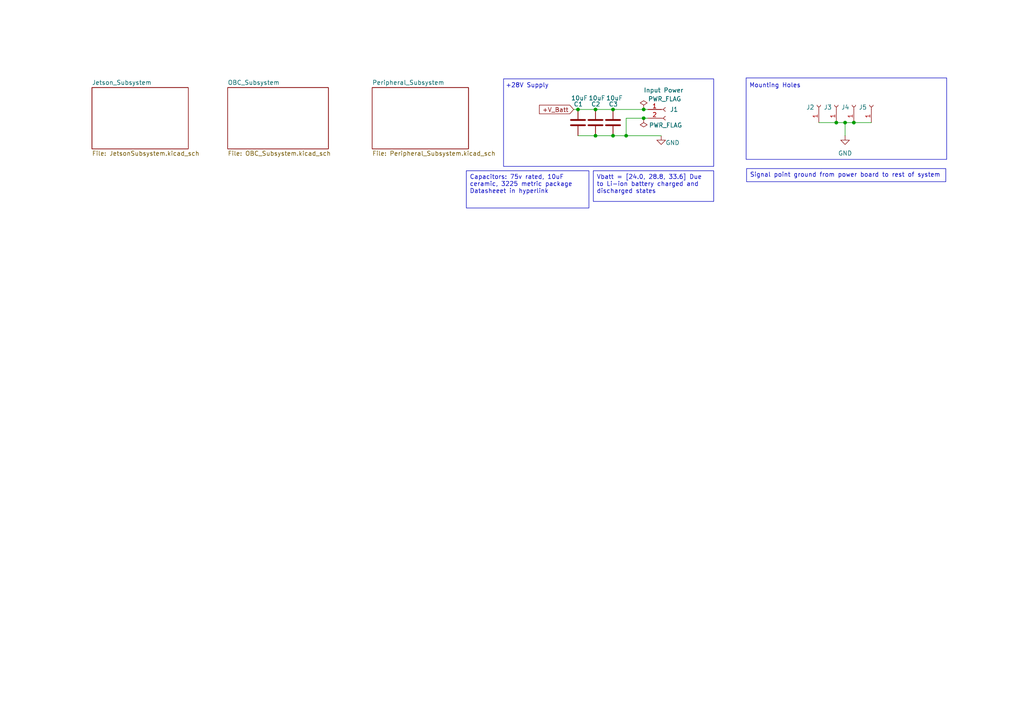
<source format=kicad_sch>
(kicad_sch (version 20250114) (generator "eeschema") (generator_version "9.0")
  (paper "A4")
  (lib_symbols
    (symbol "Connector:Conn_01x01_Socket" (pin_names (offset 1.016) (hide yes))
      (property "Reference" "J" (at 0 2.54 0))
      (property "Value" "Conn_01x01_Socket" (at 0 -2.54 0))
      (symbol "Conn_01x01_Socket_1_1"
        (polyline (pts (xy -1.27 0) (xy -0.508 0)) (stroke (width 0.1524)))
        (arc (start 0 -0.508) (mid -0.5058 0) (end 0 0.508) (stroke (width 0.1524)))
        (pin passive line (at -5.08 0 0) (length 3.81) (name "Pin_1") (number "1"))
      )
    )
    (symbol "Connector:Conn_01x02_Socket" (pin_names (offset 1.016) (hide yes))
      (property "Reference" "J" (at 0 2.54 0))
      (property "Value" "Conn_01x02_Socket" (at 0 -5.08 0))
      (symbol "Conn_01x02_Socket_1_1"
        (polyline (pts (xy -1.27 0) (xy -0.508 0)) (stroke (width 0.1524)))
        (polyline (pts (xy -1.27 -2.54) (xy -0.508 -2.54)) (stroke (width 0.1524)))
        (arc (start 0 -0.508) (mid -0.5058 0) (end 0 0.508) (stroke (width 0.1524)))
        (arc (start 0 -3.048) (mid -0.5058 -2.54) (end 0 -2.032) (stroke (width 0.1524)))
        (pin passive line (at -5.08 0 0) (length 3.81) (name "Pin_1") (number "1"))
        (pin passive line (at -5.08 -2.54 0) (length 3.81) (name "Pin_2") (number "2"))
      )
    )
    (symbol "Device:C" (pin_numbers (hide yes)) (pin_names (offset 0.254))
      (property "Reference" "C" (at 0.635 2.54 0))
      (property "Value" "C" (at 0.635 -2.54 0))
      (symbol "C_0_1"
        (polyline (pts (xy -2.032 0.762) (xy 2.032 0.762)) (stroke (width 0.508)))
        (polyline (pts (xy -2.032 -0.762) (xy 2.032 -0.762)) (stroke (width 0.508)))
      )
      (symbol "C_1_1"
        (pin passive line (at 0 3.81 270) (length 2.794) (name "~") (number "1"))
        (pin passive line (at 0 -3.81 90) (length 2.794) (name "~") (number "2"))
      )
    )
    (symbol "power:GND" (power) (pin_numbers (hide yes)) (pin_names (offset 0) (hide yes))
      (property "Value" "GND" (at 0 -3.81 0))
      (symbol "GND_0_1"
        (polyline (pts (xy 0 0) (xy 0 -1.27) (xy 1.27 -1.27) (xy 0 -2.54) (xy -1.27 -1.27) (xy 0 -1.27)))
      )
      (symbol "GND_1_1"
        (pin power_in line (at 0 0 270) (length 0) (name "~") (number "1"))
      )
    )
    (symbol "power:PWR_FLAG" (power) (pin_numbers (hide yes)) (pin_names (offset 0) (hide yes))
      (property "Value" "PWR_FLAG" (at 0 3.81 0))
      (symbol "PWR_FLAG_0_0"
        (pin power_out line (at 0 0 90) (length 0) (name "~") (number "1"))
      )
      (symbol "PWR_FLAG_0_1"
        (polyline (pts (xy 0 0) (xy 0 1.27) (xy -1.016 1.905) (xy 0 2.54) (xy 1.016 1.905) (xy 0 1.27)))
      )
    )
  )
  (rectangle (start 216.408 22.606) (end 274.574 46.228))
  (rectangle (start 146.0499 22.8779) (end 207.01 48.26))
  (text "Mounting Holes" (at 224.79 24.892 0) (effects (font (size 1.27 1.27))))
  (text "+28V Supply\n" (at 152.908 24.892 0) (effects (font (size 1.27 1.27))))
  (text_box "Signal point ground from power board to rest of system" (at 216.535 48.895 0) (size 57.785 3.81) (margins 0.9525 0.9525 0.9525 0.9525) (effects (font (size 1.27 1.27)) (justify left top)))
  (text_box "Vbatt = [24.0, 28.8, 33.6] Due to Li-ion battery charged and discharged states" (at 172.085 49.53 0) (size 34.925 8.89) (margins 0.9525 0.9525 0.9525 0.9525) (effects (font (size 1.27 1.27)) (justify left top)))
  (text_box "Capacitors: 75v rated, 10uF ceramic, 3225 metric package\nDatasheeet in hyperlink" (at 135.255 49.53 0) (size 35.56 10.795) (margins 0.9525 0.9525 0.9525 0.9525) (effects (font (size 1.27 1.27)) (justify left top)))
  (junction (at 181.61 39.37))
  (junction (at 186.69 31.75))
  (junction (at 247.65 35.56))
  (junction (at 242.57 35.56))
  (junction (at 177.8 39.37))
  (junction (at 172.72 31.75))
  (junction (at 172.72 39.37))
  (junction (at 186.69 34.29))
  (junction (at 177.8 31.75))
  (junction (at 245.11 35.56))
  (junction (at 167.64 31.75))
  (wire (pts (xy 172.72 39.37) (xy 177.8 39.37)))
  (wire (pts (xy 167.64 31.75) (xy 172.72 31.75)))
  (wire (pts (xy 177.8 39.37) (xy 181.61 39.37)))
  (wire (pts (xy 181.61 34.29) (xy 181.61 39.37)))
  (wire (pts (xy 191.77 39.37) (xy 181.61 39.37)))
  (wire (pts (xy 181.61 34.29) (xy 186.69 34.29)))
  (wire (pts (xy 186.69 31.75) (xy 187.96 31.75)))
  (wire (pts (xy 172.72 31.75) (xy 177.8 31.75)))
  (wire (pts (xy 186.69 34.29) (xy 187.96 34.29)))
  (wire (pts (xy 237.49 35.56) (xy 242.57 35.56)))
  (wire (pts (xy 245.11 35.56) (xy 245.11 39.37)))
  (wire (pts (xy 245.11 35.56) (xy 247.65 35.56)))
  (wire (pts (xy 167.64 39.37) (xy 172.72 39.37)))
  (wire (pts (xy 242.57 35.56) (xy 245.11 35.56)))
  (wire (pts (xy 166.37 31.75) (xy 167.64 31.75)))
  (wire (pts (xy 177.8 31.75) (xy 186.69 31.75)))
  (wire (pts (xy 247.65 35.56) (xy 252.73 35.56)))
  (global_label "+V_Batt" (shape input) (at 166.37 31.75 180) (property "Intersheetrefs" "${INTERSHEET_REFS}" (effects (hide yes))))
  (symbol (lib_id "Connector:Conn_01x01_Socket") (at 237.49 30.48 90) (unit 1)
    (property "Reference" "J2" (at 236.22 31.1151 90) (effects (justify left)))
    (property "Value" "Conn_01x01_Socket" (effects (hide yes)))
    (property "Footprint" "MountingHole:MountingHole_2.7mm_M2.5_Pad_Via" (effects (hide yes)))
    (property "Description" "Generic connector, single row, 01x01, script generated" (effects (hide yes)))
  )
  (symbol (lib_id "Connector:Conn_01x01_Socket") (at 247.65 30.48 90) (unit 1)
    (property "Reference" "J4" (at 246.38 31.1151 90) (effects (justify left)))
    (property "Value" "Conn_01x01_Socket" (effects (hide yes)))
    (property "Footprint" "MountingHole:MountingHole_2.7mm_M2.5_Pad_Via" (effects (hide yes)))
    (property "Description" "Generic connector, single row, 01x01, script generated" (effects (hide yes)))
  )
  (symbol (lib_id "power:PWR_FLAG") (at 186.69 34.29 180) (unit 1)
    (property "Reference" "#FLG02" (effects (hide yes)))
    (property "Value" "PWR_FLAG" (at 193.04 36.322 0))
    (property "Description" "Special symbol for telling ERC where power comes from" (effects (hide yes)))
  )
  (symbol (lib_id "power:GND") (at 245.11 39.37 0) (unit 1)
    (property "Reference" "#PWR02" (effects (hide yes)))
    (property "Value" "GND" (at 245.11 44.45 0))
    (property "Description" "Power symbol creates a global label with name \"GND\" , ground" (effects (hide yes)))
  )
  (symbol (lib_id "Device:C") (at 167.64 35.56 0) (unit 1)
    (property "Reference" "C1" (at 166.37 30.226 0) (effects (justify left)))
    (property "Value" "10uF" (at 165.608 28.448 0) (effects (justify left)))
    (property "Footprint" "Capacitor_SMD:C_1210_3225Metric" (effects (hide yes)))
    (property "Datasheet" "https://product.tdk.com/system/files/dam/doc/product/capacitor/ceramic/mlcc/catalog/mlcc_automotive_general_en.pdf" (effects (hide yes)))
    (property "Description" "Unpolarized capacitor" (effects (hide yes)))
  )
  (symbol (lib_id "power:GND") (at 191.77 39.37 0) (unit 1)
    (property "Reference" "#PWR01" (effects (hide yes)))
    (property "Value" "GND" (at 195.072 41.402 0))
    (property "Description" "Power symbol creates a global label with name \"GND\" , ground" (effects (hide yes)))
  )
  (symbol (lib_id "Device:C") (at 177.8 35.56 0) (unit 1)
    (property "Reference" "C3" (at 176.53 30.226 0) (effects (justify left)))
    (property "Value" "10uF" (at 175.768 28.448 0) (effects (justify left)))
    (property "Footprint" "Capacitor_SMD:C_1210_3225Metric" (effects (hide yes)))
    (property "Datasheet" "https://product.tdk.com/system/files/dam/doc/product/capacitor/ceramic/mlcc/catalog/mlcc_automotive_general_en.pdf" (effects (hide yes)))
    (property "Description" "Unpolarized capacitor" (effects (hide yes)))
  )
  (symbol (lib_id "power:PWR_FLAG") (at 186.69 31.75 0) (unit 1)
    (property "Reference" "#FLG01" (effects (hide yes)))
    (property "Value" "PWR_FLAG" (at 192.786 28.702 0))
    (property "Description" "Special symbol for telling ERC where power comes from" (effects (hide yes)))
  )
  (symbol (lib_id "Connector:Conn_01x01_Socket") (at 252.73 30.48 90) (unit 1)
    (property "Reference" "J5" (at 251.46 31.1151 90) (effects (justify left)))
    (property "Value" "Conn_01x01_Socket" (effects (hide yes)))
    (property "Footprint" "MountingHole:MountingHole_2.7mm_M2.5_Pad_Via" (effects (hide yes)))
    (property "Description" "Generic connector, single row, 01x01, script generated" (effects (hide yes)))
  )
  (symbol (lib_id "Connector:Conn_01x01_Socket") (at 242.57 30.48 90) (unit 1)
    (property "Reference" "J3" (at 241.3 31.1151 90) (effects (justify left)))
    (property "Value" "Conn_01x01_Socket" (effects (hide yes)))
    (property "Footprint" "MountingHole:MountingHole_2.7mm_M2.5_Pad_Via" (effects (hide yes)))
    (property "Description" "Generic connector, single row, 01x01, script generated" (effects (hide yes)))
  )
  (symbol (lib_id "Device:C") (at 172.72 35.56 0) (unit 1)
    (property "Reference" "C2" (at 171.45 30.226 0) (effects (justify left)))
    (property "Value" "10uF" (at 170.688 28.448 0) (effects (justify left)))
    (property "Footprint" "Capacitor_SMD:C_1210_3225Metric" (effects (hide yes)))
    (property "Datasheet" "https://product.tdk.com/system/files/dam/doc/product/capacitor/ceramic/mlcc/catalog/mlcc_automotive_general_en.pdf" (effects (hide yes)))
    (property "Description" "Unpolarized capacitor" (effects (hide yes)))
  )
  (symbol (lib_id "Connector:Conn_01x02_Socket") (at 193.04 31.75 0) (unit 1)
    (property "Reference" "J1" (at 194.31 31.7499 0) (effects (justify left)))
    (property "Value" "Input Power" (at 186.69 26.162 0) (effects (justify left)))
    (property "Footprint" "Connector_AMASS:AMASS_XT60PW-F_1x02_P7.20mm_Horizontal" (effects (hide yes)))
    (property "Description" "Generic connector, single row, 01x02, script generated" (effects (hide yes)))
  )
  (sheet (at 26.67 25.4) (size 27.94 17.78) (stroke (width 0.1524))
    (property "Sheetname" "Jetson_Subsystem" (at 26.67 24.6884 0) (effects (justify left bottom)))
    (property "Sheetfile" "JetsonSubsystem.kicad_sch" (at 26.67 43.7646 0) (effects (justify left top)))
  )
  (sheet (at 66.04 25.4) (size 29.21 17.78) (stroke (width 0.1524))
    (property "Sheetname" "OBC_Subsystem" (at 66.04 24.6884 0) (effects (justify left bottom)))
    (property "Sheetfile" "OBC_Subsystem.kicad_sch" (at 66.04 43.7646 0) (effects (justify left top)))
  )
  (sheet (at 107.95 25.4) (size 27.94 17.78) (stroke (width 0.1524))
    (property "Sheetname" "Peripheral_Subsystem" (at 107.95 24.6884 0) (effects (justify left bottom)))
    (property "Sheetfile" "Peripheral_Subsystem.kicad_sch" (at 107.95 43.7646 0) (effects (justify left top)))
  )
)
</source>
